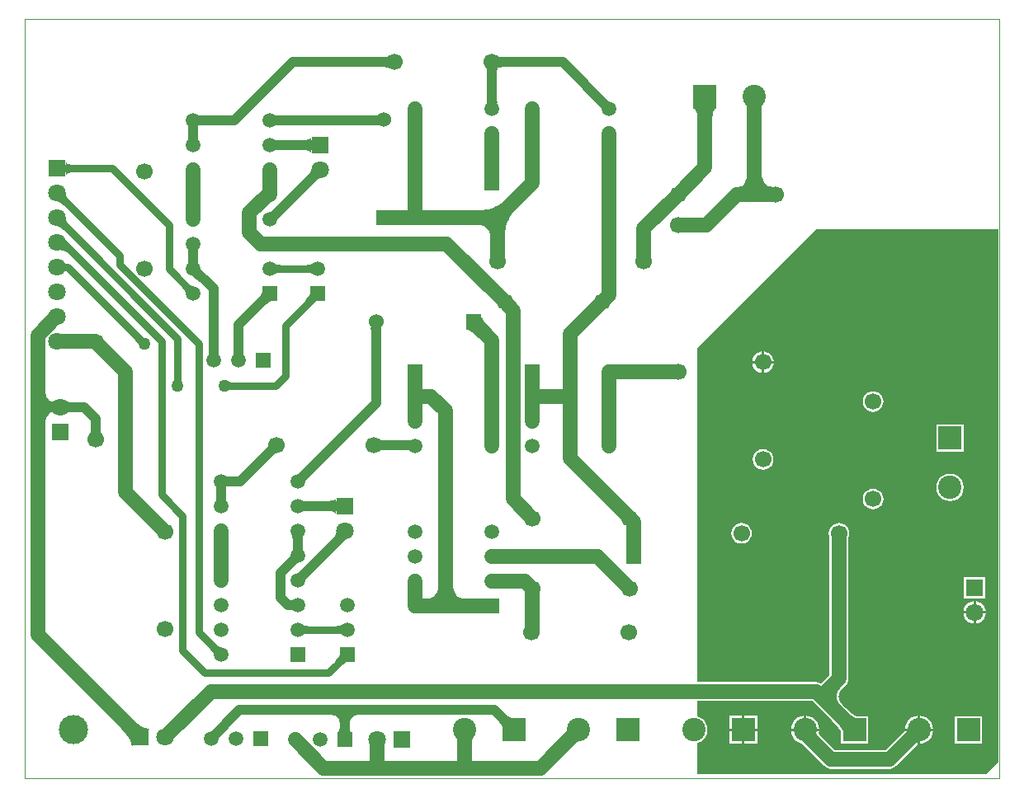
<source format=gbl>
G04 Layer_Physical_Order=2*
G04 Layer_Color=16711680*
%FSLAX44Y44*%
%MOMM*%
G71*
G01*
G75*
%ADD12C,1.0000*%
%ADD13C,1.5000*%
%ADD15C,0.8000*%
%ADD16C,0.1000*%
%ADD17R,1.5000X1.5000*%
%ADD18C,1.5000*%
%ADD19C,1.7000*%
%ADD20C,1.5000*%
%ADD21R,1.5000X1.5000*%
%ADD22R,1.8000X1.8000*%
%ADD23C,1.8000*%
%ADD24R,1.5000X1.5000*%
%ADD25C,1.5240*%
%ADD26R,1.5240X1.5240*%
%ADD27R,1.8000X1.8000*%
%ADD28R,2.4000X2.4000*%
%ADD29C,2.4000*%
%ADD30R,1.5240X1.5240*%
%ADD31C,3.0000*%
%ADD32R,2.4000X2.4000*%
%ADD33C,1.2700*%
G36*
X435557Y691420D02*
X435864Y691258D01*
X436253Y691115D01*
X436722Y690992D01*
X437272Y690888D01*
X437902Y690802D01*
X439407Y690688D01*
X441234Y690650D01*
Y680650D01*
X440280Y680640D01*
X437272Y680413D01*
X436722Y680308D01*
X436253Y680184D01*
X435864Y680042D01*
X435557Y679881D01*
X435330Y679700D01*
Y691600D01*
X435557Y691420D01*
D02*
G37*
G36*
X323190Y679700D02*
X322963Y679881D01*
X322656Y680042D01*
X322267Y680184D01*
X321798Y680308D01*
X321248Y680413D01*
X320617Y680498D01*
X319114Y680612D01*
X317286Y680650D01*
Y690650D01*
X318240Y690659D01*
X321248Y690888D01*
X321798Y690992D01*
X322267Y691115D01*
X322656Y691258D01*
X322963Y691420D01*
X323190Y691600D01*
Y679700D01*
D02*
G37*
G36*
X435098Y679418D02*
X434941Y679111D01*
X434803Y678724D01*
X434683Y678255D01*
X434581Y677706D01*
X434433Y676363D01*
X434359Y674697D01*
X434350Y673743D01*
X424350Y673612D01*
X424340Y674565D01*
X424106Y677573D01*
X423999Y678123D01*
X423872Y678593D01*
X423726Y678981D01*
X423560Y679290D01*
X423375Y679517D01*
X435274Y679643D01*
X435098Y679418D01*
D02*
G37*
G36*
X434600Y643456D02*
X424100D01*
X424147Y643548D01*
X424190Y643724D01*
X424227Y643985D01*
X424287Y644762D01*
X424347Y647335D01*
X424350Y648190D01*
X434350D01*
X434600Y643456D01*
D02*
G37*
G36*
X549275Y645600D02*
X541850Y638175D01*
X541819Y638273D01*
X541725Y638428D01*
X541567Y638639D01*
X541059Y639231D01*
X539283Y641093D01*
X538680Y641699D01*
X545751Y648770D01*
X549275Y645600D01*
D02*
G37*
G36*
X658820Y638120D02*
X658061Y637671D01*
X657390Y636921D01*
X656809Y635871D01*
X656317Y634520D01*
X655915Y632870D01*
X655602Y630920D01*
X655379Y628671D01*
X655200Y623270D01*
X640200D01*
X640155Y626120D01*
X639798Y630920D01*
X639485Y632870D01*
X639083Y634520D01*
X638591Y635871D01*
X638010Y636921D01*
X637340Y637671D01*
X636580Y638120D01*
X635731Y638270D01*
X659669D01*
X658820Y638120D01*
D02*
G37*
G36*
X313198Y620770D02*
X313112Y620807D01*
X312939Y620839D01*
X312680Y620867D01*
X311378Y620930D01*
X308423Y620960D01*
X307601Y630960D01*
X308468Y630965D01*
X311929Y631185D01*
X312215Y631253D01*
X312419Y631331D01*
X312540Y631418D01*
X313198Y620770D01*
D02*
G37*
G36*
X206887Y631162D02*
X207064Y631120D01*
X207325Y631082D01*
X208102Y631022D01*
X210675Y630962D01*
X211530Y630960D01*
Y620960D01*
X206796Y620710D01*
Y631210D01*
X206887Y631162D01*
D02*
G37*
G36*
X128188D02*
X128364Y631120D01*
X128625Y631082D01*
X129402Y631022D01*
X131975Y630962D01*
X132830Y630960D01*
Y620960D01*
X128096Y620710D01*
Y631210D01*
X128188Y631162D01*
D02*
G37*
G36*
X127942Y620513D02*
X127900Y620336D01*
X127863Y620075D01*
X127802Y619298D01*
X127743Y616725D01*
X127740Y615870D01*
X117740D01*
X117490Y620604D01*
X127990D01*
X127942Y620513D01*
D02*
G37*
G36*
X127990Y605916D02*
X117490D01*
X117537Y606007D01*
X117580Y606184D01*
X117618Y606445D01*
X117677Y607222D01*
X117738Y609795D01*
X117740Y610650D01*
X127740D01*
X127990Y605916D01*
D02*
G37*
G36*
X206887Y605762D02*
X207064Y605720D01*
X207325Y605682D01*
X208102Y605622D01*
X210675Y605563D01*
X211530Y605560D01*
Y595560D01*
X206796Y595310D01*
Y605810D01*
X206887Y605762D01*
D02*
G37*
G36*
X243761Y591740D02*
X243661Y592466D01*
X243361Y593116D01*
X242861Y593688D01*
X242160Y594185D01*
X241261Y594605D01*
X240161Y594949D01*
X238860Y595216D01*
X237360Y595407D01*
X235660Y595522D01*
X233761Y595560D01*
Y605560D01*
X235660Y605601D01*
X238860Y605931D01*
X240161Y606219D01*
X241261Y606590D01*
X242160Y607043D01*
X242861Y607579D01*
X243361Y608196D01*
X243661Y608897D01*
X243761Y609679D01*
Y591740D01*
D02*
G37*
G36*
X-7961Y583670D02*
X-7720Y582990D01*
X-7318Y582390D01*
X-6756Y581870D01*
X-6033Y581430D01*
X-5150Y581070D01*
X-4106Y580790D01*
X-2901Y580590D01*
X-1536Y580470D01*
X-10Y580430D01*
Y572430D01*
X-1536Y572390D01*
X-2901Y572270D01*
X-4106Y572070D01*
X-5150Y571790D01*
X-6033Y571430D01*
X-6756Y570990D01*
X-7318Y570470D01*
X-7720Y569870D01*
X-7961Y569190D01*
X-8041Y568430D01*
Y584430D01*
X-7961Y583670D01*
D02*
G37*
G36*
X252640Y566310D02*
X252257Y566277D01*
X251838Y566170D01*
X251382Y565990D01*
X250889Y565736D01*
X250359Y565408D01*
X249792Y565007D01*
X248547Y563983D01*
X247870Y563361D01*
X247156Y562665D01*
X240085Y569736D01*
X240781Y570450D01*
X242427Y572372D01*
X242828Y572939D01*
X243156Y573469D01*
X243410Y573962D01*
X243590Y574418D01*
X243697Y574837D01*
X243730Y575220D01*
X252640Y566310D01*
D02*
G37*
G36*
X706141Y569410D02*
X706564Y566860D01*
X707268Y564610D01*
X708254Y562660D01*
X709522Y561010D01*
X711072Y559660D01*
X712904Y558610D01*
X715018Y557860D01*
X717413Y557410D01*
X720090Y557260D01*
X698500Y542260D01*
X680570Y557260D01*
X682552Y557410D01*
X684325Y557860D01*
X685889Y558610D01*
X687245Y559660D01*
X688392Y561010D01*
X689331Y562660D01*
X690061Y564610D01*
X690583Y566860D01*
X690896Y569410D01*
X691000Y572260D01*
X706000D01*
X706141Y569410D01*
D02*
G37*
G36*
X-7953Y550294D02*
X-7857Y549645D01*
X-7693Y548993D01*
X-7460Y548338D01*
X-7160Y547679D01*
X-6791Y547018D01*
X-6353Y546353D01*
X-5848Y545685D01*
X-5274Y545014D01*
X-4632Y544339D01*
X-10289Y538682D01*
X-10964Y539324D01*
X-11635Y539898D01*
X-12303Y540403D01*
X-12968Y540841D01*
X-13630Y541209D01*
X-14288Y541510D01*
X-14943Y541743D01*
X-15595Y541907D01*
X-16244Y542003D01*
X-16890Y542030D01*
X-7980Y550940D01*
X-7953Y550294D01*
D02*
G37*
G36*
X212121Y527630D02*
X208938Y524195D01*
X201755Y531853D01*
X201869Y531882D01*
X202037Y531974D01*
X202259Y532130D01*
X202537Y532349D01*
X203699Y533391D01*
X205355Y535006D01*
X212121Y527630D01*
D02*
G37*
G36*
X-7953Y524894D02*
X-7857Y524245D01*
X-7693Y523593D01*
X-7460Y522938D01*
X-7160Y522280D01*
X-6791Y521618D01*
X-6353Y520953D01*
X-5848Y520285D01*
X-5274Y519614D01*
X-4632Y518939D01*
X-10289Y513282D01*
X-10964Y513924D01*
X-11635Y514498D01*
X-12303Y515003D01*
X-12968Y515441D01*
X-13630Y515810D01*
X-14288Y516110D01*
X-14943Y516343D01*
X-15595Y516507D01*
X-16244Y516603D01*
X-16890Y516630D01*
X-7980Y525540D01*
X-7953Y524894D01*
D02*
G37*
G36*
X453287Y533930D02*
X451271Y531765D01*
X449468Y529512D01*
X447877Y527171D01*
X446498Y524742D01*
X445332Y522225D01*
X444377Y519620D01*
X443635Y516928D01*
X443104Y514148D01*
X442786Y511279D01*
X442680Y508323D01*
X427680Y503930D01*
X427530Y506780D01*
X427080Y509330D01*
X426330Y511580D01*
X425280Y513530D01*
X423930Y515180D01*
X422280Y516530D01*
X420330Y517580D01*
X418080Y518330D01*
X415530Y518780D01*
X412680Y518930D01*
X417073Y533930D01*
X420029Y534036D01*
X422898Y534354D01*
X425678Y534885D01*
X428370Y535627D01*
X430975Y536582D01*
X433492Y537748D01*
X435921Y539127D01*
X438262Y540718D01*
X440515Y542521D01*
X442680Y544537D01*
X453287Y533930D01*
D02*
G37*
G36*
X-8673Y503752D02*
X-8478Y503457D01*
X-8219Y503111D01*
X-7508Y502260D01*
X-5318Y499930D01*
X-4610Y499217D01*
X-6776Y490069D01*
X-7465Y490719D01*
X-8137Y491272D01*
X-8791Y491729D01*
X-9427Y492090D01*
X-10045Y492353D01*
X-10645Y492520D01*
X-11228Y492591D01*
X-11793Y492565D01*
X-12340Y492443D01*
X-12869Y492224D01*
X-8805Y503994D01*
X-8673Y503752D01*
D02*
G37*
G36*
X127942Y493512D02*
X127900Y493336D01*
X127863Y493075D01*
X127802Y492298D01*
X127743Y489725D01*
X127740Y488870D01*
X117740D01*
X117490Y493604D01*
X127990D01*
X127942Y493512D01*
D02*
G37*
G36*
X127990Y478916D02*
X117490D01*
X117537Y479007D01*
X117580Y479184D01*
X117618Y479445D01*
X117677Y480222D01*
X117738Y482795D01*
X117740Y483650D01*
X127740D01*
X127990Y478916D01*
D02*
G37*
G36*
X244940Y468354D02*
X244664Y468583D01*
X244326Y468788D01*
X243929Y468969D01*
X243470Y469126D01*
X242950Y469258D01*
X242370Y469367D01*
X241730Y469451D01*
X240266Y469548D01*
X239443Y469560D01*
X239254Y477560D01*
X240075Y477573D01*
X241536Y477676D01*
X242174Y477767D01*
X242753Y477883D01*
X243270Y478025D01*
X243726Y478193D01*
X244122Y478387D01*
X244456Y478606D01*
X244730Y478852D01*
X244940Y468354D01*
D02*
G37*
G36*
X207071Y478573D02*
X207408Y478360D01*
X207805Y478172D01*
X208262Y478010D01*
X208781Y477873D01*
X209360Y477760D01*
X210000Y477673D01*
X211462Y477573D01*
X212284Y477560D01*
Y469560D01*
X211462Y469548D01*
X210000Y469448D01*
X209360Y469360D01*
X208781Y469248D01*
X208262Y469110D01*
X207805Y468947D01*
X207408Y468760D01*
X207071Y468548D01*
X206796Y468310D01*
Y478810D01*
X207071Y478573D01*
D02*
G37*
G36*
X130271Y473387D02*
X130365Y473232D01*
X130524Y473021D01*
X131031Y472429D01*
X132807Y470567D01*
X133410Y469961D01*
X126339Y462890D01*
X122815Y466060D01*
X130240Y473485D01*
X130271Y473387D01*
D02*
G37*
G36*
X118491Y458084D02*
X119595Y457121D01*
X120110Y456730D01*
X120599Y456400D01*
X121062Y456131D01*
X121501Y455922D01*
X121914Y455774D01*
X122302Y455686D01*
X122665Y455660D01*
X115240Y448235D01*
X115214Y448598D01*
X115126Y448986D01*
X114978Y449399D01*
X114769Y449837D01*
X114500Y450301D01*
X114170Y450790D01*
X113779Y451305D01*
X112816Y452409D01*
X112243Y453000D01*
X117900Y458657D01*
X118491Y458084D01*
D02*
G37*
G36*
X254034Y440840D02*
X253412Y441293D01*
X252677Y441519D01*
X251828D01*
X250866Y441293D01*
X249792Y440840D01*
X248604Y440162D01*
X247303Y439257D01*
X245888Y438125D01*
X242721Y435184D01*
X237064Y440840D01*
X238648Y442481D01*
X241137Y445423D01*
X242042Y446724D01*
X242721Y447912D01*
X243173Y448986D01*
X243399Y449948D01*
Y450797D01*
X243173Y451532D01*
X242721Y452154D01*
X254034Y440840D01*
D02*
G37*
G36*
X208113Y440690D02*
X207335Y441256D01*
X206416Y441539D01*
X205355D01*
X204153Y441256D01*
X202809Y440690D01*
X201324Y439842D01*
X199698Y438711D01*
X197930Y437296D01*
X193971Y433619D01*
X186899Y440690D01*
X188879Y442741D01*
X191991Y446418D01*
X193122Y448044D01*
X193971Y449529D01*
X194536Y450873D01*
X194819Y452075D01*
Y453136D01*
X194536Y454055D01*
X193971Y454833D01*
X208113Y440690D01*
D02*
G37*
G36*
X315480Y413400D02*
X315424Y413208D01*
X315374Y412932D01*
X315330Y412570D01*
X315240Y410979D01*
X315210Y408628D01*
X305210D01*
X305207Y409496D01*
X304996Y413208D01*
X304939Y413400D01*
X304876Y413508D01*
X315544D01*
X315480Y413400D01*
D02*
G37*
G36*
X417906Y425565D02*
X418224Y424469D01*
X418754Y423253D01*
X419497Y421916D01*
X420451Y420458D01*
X421618Y418880D01*
X424588Y415362D01*
X428406Y411361D01*
X417799Y400754D01*
X415738Y402769D01*
X410280Y407542D01*
X408702Y408709D01*
X407244Y409663D01*
X405907Y410406D01*
X404691Y410936D01*
X403595Y411254D01*
X402621Y411361D01*
X417799Y426539D01*
X417906Y425565D01*
D02*
G37*
G36*
X69550Y404743D02*
X71501Y403012D01*
X71769Y402826D01*
X71996Y402694D01*
X72181Y402615D01*
X72326Y402590D01*
X66040Y396303D01*
X66015Y396449D01*
X65936Y396634D01*
X65803Y396861D01*
X65618Y397129D01*
X65378Y397437D01*
X64739Y398177D01*
X63380Y399593D01*
X69037Y405250D01*
X69550Y404743D01*
D02*
G37*
G36*
X174160Y385086D02*
X163660D01*
X163708Y385177D01*
X163750Y385354D01*
X163787Y385615D01*
X163848Y386392D01*
X163908Y388965D01*
X163910Y389820D01*
X173910D01*
X174160Y385086D01*
D02*
G37*
G36*
X148760D02*
X138260D01*
X138308Y385177D01*
X138350Y385354D01*
X138387Y385615D01*
X138448Y386392D01*
X138507Y388965D01*
X138510Y389820D01*
X148510D01*
X148760Y385086D01*
D02*
G37*
G36*
X159595Y357420D02*
X159783Y357345D01*
X160037Y357278D01*
X160357Y357220D01*
X160745Y357171D01*
X161719Y357100D01*
X163682Y357060D01*
Y349060D01*
X162961Y349055D01*
X160357Y348900D01*
X160037Y348842D01*
X159783Y348775D01*
X159595Y348700D01*
X159475Y348615D01*
Y357505D01*
X159595Y357420D01*
D02*
G37*
G36*
X-7249Y337523D02*
X-6877Y337302D01*
X-6427Y337107D01*
X-5898Y336938D01*
X-5292Y336795D01*
X-4607Y336678D01*
X-3003Y336522D01*
X-2084Y336483D01*
X-1087Y336470D01*
Y326470D01*
X-2084Y326457D01*
X-4607Y326262D01*
X-5292Y326145D01*
X-5898Y326002D01*
X-6427Y325833D01*
X-6877Y325638D01*
X-7249Y325417D01*
X-7543Y325170D01*
Y337770D01*
X-7249Y337523D01*
D02*
G37*
G36*
X-29230Y348620D02*
X-28930Y346070D01*
X-28430Y343820D01*
X-27730Y341870D01*
X-26830Y340220D01*
X-25730Y338870D01*
X-24430Y337820D01*
X-22930Y337070D01*
X-22248Y336889D01*
X-22042Y336938D01*
X-21514Y337107D01*
X-21063Y337302D01*
X-20691Y337523D01*
X-20397Y337770D01*
Y336554D01*
X-19712Y336500D01*
X-16240Y336470D01*
Y326470D01*
X-20382Y326387D01*
X-20397Y326386D01*
Y325170D01*
X-20691Y325417D01*
X-21063Y325638D01*
X-21514Y325833D01*
X-22042Y326002D01*
X-22248Y326051D01*
X-22930Y325870D01*
X-24430Y325120D01*
X-25730Y324070D01*
X-26830Y322720D01*
X-27730Y321070D01*
X-28430Y319120D01*
X-28930Y316870D01*
X-29230Y314320D01*
X-29330Y311470D01*
X-44330Y331470D01*
X-29330Y351470D01*
X-29230Y348620D01*
D02*
G37*
G36*
X27870Y309000D02*
X28098Y305992D01*
X28202Y305442D01*
X28326Y304973D01*
X28468Y304584D01*
X28630Y304277D01*
X28810Y304050D01*
X16910D01*
X17091Y304277D01*
X17252Y304584D01*
X17394Y304973D01*
X17518Y305442D01*
X17622Y305992D01*
X17708Y306623D01*
X17822Y308127D01*
X17860Y309954D01*
X27860D01*
X27870Y309000D01*
D02*
G37*
G36*
X240520Y258869D02*
X237350Y255345D01*
X229925Y262770D01*
X230023Y262801D01*
X230178Y262895D01*
X230389Y263053D01*
X230981Y263561D01*
X232843Y265337D01*
X233449Y265940D01*
X240520Y258869D01*
D02*
G37*
G36*
X235298Y235072D02*
X235474Y235030D01*
X235735Y234993D01*
X236512Y234932D01*
X239085Y234872D01*
X239940Y234870D01*
Y224870D01*
X235206Y224620D01*
Y235120D01*
X235298Y235072D01*
D02*
G37*
G36*
X269160Y220900D02*
X269060Y221655D01*
X268761Y222330D01*
X268260Y222925D01*
X267561Y223441D01*
X266660Y223878D01*
X265560Y224235D01*
X264261Y224513D01*
X262761Y224711D01*
X261061Y224830D01*
X259160Y224870D01*
Y234870D01*
X261061Y234910D01*
X264261Y235227D01*
X265560Y235505D01*
X266660Y235862D01*
X267561Y236299D01*
X268260Y236815D01*
X268761Y237411D01*
X269060Y238085D01*
X269160Y238839D01*
Y220900D01*
D02*
G37*
G36*
X235053Y199023D02*
X235010Y198846D01*
X234972Y198585D01*
X234912Y197808D01*
X234853Y195235D01*
X234850Y194380D01*
X224850D01*
X224600Y199114D01*
X235100D01*
X235053Y199023D01*
D02*
G37*
G36*
X279824Y195631D02*
X279565Y195551D01*
X279255Y195401D01*
X278893Y195181D01*
X278480Y194890D01*
X277500Y194099D01*
X276315Y193026D01*
X274923Y191672D01*
X266093Y196984D01*
X266782Y197697D01*
X267917Y199023D01*
X268363Y199635D01*
X268727Y200213D01*
X269009Y200758D01*
X269211Y201269D01*
X269331Y201747D01*
X269369Y202190D01*
X269326Y202600D01*
X279824Y195631D01*
D02*
G37*
G36*
X582099Y185389D02*
X566921D01*
X566937Y185539D01*
X566953Y185989D01*
X567010Y200389D01*
X582010D01*
X582099Y185389D01*
D02*
G37*
G36*
X235100Y184426D02*
X224600D01*
X224648Y184517D01*
X224690Y184694D01*
X224727Y184955D01*
X224788Y185732D01*
X224848Y188305D01*
X224850Y189160D01*
X234850D01*
X235100Y184426D01*
D02*
G37*
G36*
X229775Y171570D02*
X229677Y171539D01*
X229522Y171445D01*
X229311Y171287D01*
X228719Y170779D01*
X226857Y169003D01*
X226251Y168400D01*
X219180Y175471D01*
X222350Y178995D01*
X229775Y171570D01*
D02*
G37*
G36*
X240520Y157269D02*
X237350Y153745D01*
X229925Y161170D01*
X230023Y161201D01*
X230178Y161295D01*
X230389Y161453D01*
X230981Y161961D01*
X232843Y163737D01*
X233449Y164340D01*
X240520Y157269D01*
D02*
G37*
G36*
X389450Y146650D02*
X389900Y144100D01*
X390650Y141850D01*
X391700Y139900D01*
X393050Y138250D01*
X394700Y136900D01*
X396650Y135850D01*
X398900Y135100D01*
X401450Y134650D01*
X404300Y134500D01*
X381800Y119500D01*
X359300Y134500D01*
X362150Y134650D01*
X364700Y135100D01*
X366950Y135850D01*
X368900Y136900D01*
X370550Y138250D01*
X371900Y139900D01*
X372950Y141850D01*
X373700Y144100D01*
X374150Y146650D01*
X374300Y149500D01*
X389300D01*
X389450Y146650D01*
D02*
G37*
G36*
X235481Y107882D02*
X235818Y107670D01*
X236215Y107483D01*
X236672Y107320D01*
X237191Y107183D01*
X237770Y107070D01*
X238410Y106982D01*
X239872Y106882D01*
X240694Y106870D01*
Y98870D01*
X239872Y98857D01*
X238410Y98757D01*
X237770Y98670D01*
X237191Y98558D01*
X236672Y98420D01*
X236215Y98258D01*
X235818Y98070D01*
X235481Y97858D01*
X235206Y97620D01*
Y108120D01*
X235481Y107882D01*
D02*
G37*
G36*
X275314Y97620D02*
X275039Y97858D01*
X274702Y98070D01*
X274305Y98258D01*
X273848Y98420D01*
X273329Y98558D01*
X272750Y98670D01*
X272110Y98757D01*
X270648Y98857D01*
X269826Y98870D01*
Y106870D01*
X270648Y106882D01*
X272110Y106982D01*
X272750Y107070D01*
X273329Y107183D01*
X273848Y107320D01*
X274305Y107483D01*
X274702Y107670D01*
X275039Y107882D01*
X275314Y108120D01*
Y97620D01*
D02*
G37*
G36*
X146901Y87394D02*
X148005Y86431D01*
X148520Y86040D01*
X149009Y85710D01*
X149473Y85441D01*
X149911Y85232D01*
X150324Y85084D01*
X150712Y84996D01*
X151075Y84970D01*
X143650Y77545D01*
X143624Y77908D01*
X143536Y78296D01*
X143388Y78709D01*
X143179Y79148D01*
X142910Y79611D01*
X142580Y80100D01*
X142189Y80615D01*
X141226Y81719D01*
X140653Y82310D01*
X146310Y87966D01*
X146901Y87394D01*
D02*
G37*
G36*
X284514Y70001D02*
X283892Y70453D01*
X283157Y70679D01*
X282308D01*
X281346Y70453D01*
X280272Y70001D01*
X279084Y69322D01*
X277783Y68417D01*
X276368Y67285D01*
X273200Y64344D01*
X267544Y70001D01*
X269128Y71641D01*
X271617Y74583D01*
X272522Y75884D01*
X273200Y77072D01*
X273653Y78146D01*
X273879Y79108D01*
Y79957D01*
X273653Y80692D01*
X273200Y81314D01*
X284514Y70001D01*
D02*
G37*
G36*
X786384Y42775D02*
X784899Y40654D01*
X783838Y38533D01*
X783202Y36411D01*
X782990Y34290D01*
X783202Y32169D01*
X783838Y30047D01*
X784899Y27926D01*
X786384Y25805D01*
X788293Y23683D01*
X761777Y28987D01*
X767080Y34290D01*
X788293Y44897D01*
X786384Y42775D01*
D02*
G37*
G36*
X442204Y17058D02*
X445885Y13940D01*
X447512Y12806D01*
X448997Y11954D01*
X450340Y11386D01*
X451541Y11100D01*
X452600Y11097D01*
X453518Y11376D01*
X454293Y11939D01*
X440181Y-2173D01*
X440744Y-1398D01*
X441023Y-480D01*
X441020Y579D01*
X440734Y1780D01*
X440166Y3123D01*
X439314Y4608D01*
X438180Y6235D01*
X436762Y8005D01*
X433079Y11969D01*
X440150Y19041D01*
X442204Y17058D01*
D02*
G37*
G36*
X293130Y15320D02*
X291230Y15220D01*
X289530Y14920D01*
X288030Y14420D01*
X286730Y13720D01*
X285630Y12820D01*
X284730Y11720D01*
X284030Y10420D01*
X283530Y8920D01*
X283230Y7220D01*
X283151Y5714D01*
X283155Y5410D01*
X283525Y909D01*
X283747Y-191D01*
X284019Y-1090D01*
X284340Y-1790D01*
X284711Y-2290D01*
X285130Y-2591D01*
X285599Y-2691D01*
X270660D01*
X271130Y-2591D01*
X271549Y-2290D01*
X271920Y-1790D01*
X272241Y-1090D01*
X272513Y-191D01*
X272735Y909D01*
X272908Y2210D01*
X273105Y5410D01*
X273109Y5714D01*
X273030Y7220D01*
X272730Y8920D01*
X272230Y10420D01*
X271530Y11720D01*
X270630Y12820D01*
X269530Y13720D01*
X268230Y14420D01*
X266730Y14920D01*
X265030Y15220D01*
X263130Y15320D01*
X278130Y25320D01*
X293130Y15320D01*
D02*
G37*
G36*
X151640Y-5291D02*
X148470Y-8815D01*
X141045Y-1390D01*
X141143Y-1359D01*
X141298Y-1265D01*
X141509Y-1107D01*
X142101Y-599D01*
X143963Y1177D01*
X144569Y1780D01*
X151640Y-5291D01*
D02*
G37*
G36*
X792479Y19603D02*
X797998Y14930D01*
X800439Y13230D01*
X802666Y11954D01*
X804681Y11103D01*
X806484Y10675D01*
X808073Y10672D01*
X809450Y11094D01*
X810614Y11939D01*
X789431Y-9244D01*
X790276Y-8080D01*
X790698Y-6703D01*
X790695Y-5113D01*
X790267Y-3311D01*
X789416Y-1296D01*
X788140Y931D01*
X786440Y3372D01*
X784315Y6025D01*
X778794Y11969D01*
X789400Y22576D01*
X792479Y19603D01*
D02*
G37*
G36*
X948690Y-33020D02*
X935990Y-45720D01*
X640080D01*
Y-13575D01*
X643330Y-12229D01*
X646255Y-9985D01*
X648499Y-7060D01*
X649910Y-3655D01*
X650391Y0D01*
X649910Y3655D01*
X648499Y7060D01*
X646255Y9985D01*
X643330Y12229D01*
X640080Y13575D01*
Y29788D01*
X758031D01*
X778114Y9705D01*
X782770Y4692D01*
X784806Y2150D01*
X786415Y-160D01*
X787370Y-1828D01*
Y-14000D01*
X815370D01*
Y14000D01*
X803197D01*
X801531Y14955D01*
X799243Y16549D01*
X793847Y21117D01*
X792590Y22331D01*
X789229Y25692D01*
X787983Y27076D01*
X786656Y28972D01*
X785741Y30802D01*
X785212Y32567D01*
X785039Y34290D01*
X785212Y36013D01*
X785741Y37778D01*
X786656Y39608D01*
X787983Y41504D01*
X789229Y42888D01*
X792105Y45765D01*
X793628Y47749D01*
X794585Y50060D01*
X794912Y52540D01*
Y197625D01*
X795560Y199189D01*
X795921Y201930D01*
X795560Y204671D01*
X794502Y207225D01*
X792819Y209419D01*
X790625Y211102D01*
X788071Y212160D01*
X785330Y212521D01*
X782589Y212160D01*
X780035Y211102D01*
X777841Y209419D01*
X776158Y207225D01*
X775100Y204671D01*
X774739Y201930D01*
X775100Y199189D01*
X775748Y197625D01*
Y56509D01*
X766857Y47618D01*
X766791Y47668D01*
X764480Y48625D01*
X762000Y48952D01*
X640080D01*
Y392430D01*
X762000Y514350D01*
X948690D01*
Y-33020D01*
D02*
G37*
G36*
X409549Y-8809D02*
X409396Y-9172D01*
X409261Y-9660D01*
X409144Y-10273D01*
X409045Y-11010D01*
X408901Y-12859D01*
X408820Y-16567D01*
X393820D01*
X393811Y-15207D01*
X393496Y-10273D01*
X393379Y-9660D01*
X393244Y-9172D01*
X393091Y-8809D01*
X392920Y-8570D01*
X409720D01*
X409549Y-8809D01*
D02*
G37*
G36*
X61699Y9941D02*
X65680Y6547D01*
X67572Y5168D01*
X69398Y4001D01*
X71160Y3047D01*
X72855Y2304D01*
X74486Y1774D01*
X76050Y1456D01*
X77550Y1349D01*
X59611Y-16589D01*
X59504Y-15090D01*
X59186Y-13526D01*
X58656Y-11895D01*
X57913Y-10200D01*
X56959Y-8439D01*
X55792Y-6612D01*
X54413Y-4720D01*
X52822Y-2762D01*
X49004Y1349D01*
X59611Y11956D01*
X61699Y9941D01*
D02*
G37*
G36*
X518040Y-11999D02*
X517750Y-12047D01*
X517385Y-12196D01*
X516945Y-12446D01*
X516428Y-12796D01*
X515837Y-13248D01*
X514428Y-14453D01*
X511748Y-17018D01*
X501142Y-6412D01*
X502098Y-5443D01*
X505364Y-1732D01*
X505714Y-1216D01*
X505964Y-775D01*
X506113Y-410D01*
X506161Y-120D01*
X518040Y-11999D01*
D02*
G37*
%LPC*%
G36*
X708660Y388628D02*
Y378930D01*
X718358D01*
X718146Y380542D01*
X717033Y383228D01*
X715264Y385534D01*
X712958Y387303D01*
X710272Y388416D01*
X708660Y388628D01*
D02*
G37*
G36*
X706120Y388628D02*
X704508Y388416D01*
X701822Y387303D01*
X699516Y385534D01*
X697747Y383228D01*
X696634Y380542D01*
X696422Y378930D01*
X706120D01*
Y388628D01*
D02*
G37*
G36*
Y376390D02*
X696422D01*
X696634Y374778D01*
X697747Y372092D01*
X699516Y369786D01*
X701822Y368017D01*
X704508Y366904D01*
X706120Y366692D01*
Y376390D01*
D02*
G37*
G36*
X718358D02*
X708660D01*
Y366692D01*
X710272Y366904D01*
X712958Y368017D01*
X715264Y369786D01*
X717033Y372092D01*
X718146Y374778D01*
X718358Y376390D01*
D02*
G37*
G36*
X820420Y347611D02*
X817679Y347250D01*
X815125Y346192D01*
X812931Y344509D01*
X811248Y342315D01*
X810190Y339761D01*
X809829Y337020D01*
X810190Y334279D01*
X811248Y331725D01*
X812931Y329531D01*
X815125Y327848D01*
X817679Y326790D01*
X820420Y326429D01*
X823161Y326790D01*
X825715Y327848D01*
X827909Y329531D01*
X829592Y331725D01*
X830650Y334279D01*
X831011Y337020D01*
X830650Y339761D01*
X829592Y342315D01*
X827909Y344509D01*
X825715Y346192D01*
X823161Y347250D01*
X820420Y347611D01*
D02*
G37*
G36*
X913160Y313720D02*
X885160D01*
Y285720D01*
X913160D01*
Y313720D01*
D02*
G37*
G36*
X707390Y288251D02*
X704649Y287890D01*
X702095Y286832D01*
X699901Y285149D01*
X698218Y282955D01*
X697160Y280401D01*
X696799Y277660D01*
X697160Y274919D01*
X698218Y272365D01*
X699901Y270171D01*
X702095Y268488D01*
X704649Y267430D01*
X707390Y267069D01*
X710131Y267430D01*
X712685Y268488D01*
X714879Y270171D01*
X716562Y272365D01*
X717620Y274919D01*
X717981Y277660D01*
X717620Y280401D01*
X716562Y282955D01*
X714879Y285149D01*
X712685Y286832D01*
X710131Y287890D01*
X707390Y288251D01*
D02*
G37*
G36*
X899160Y263041D02*
X895505Y262560D01*
X892100Y261149D01*
X889175Y258905D01*
X886931Y255980D01*
X885520Y252575D01*
X885039Y248920D01*
X885520Y245265D01*
X886931Y241860D01*
X889175Y238935D01*
X892100Y236691D01*
X895505Y235280D01*
X899160Y234799D01*
X902815Y235280D01*
X906220Y236691D01*
X909145Y238935D01*
X911389Y241860D01*
X912800Y245265D01*
X913281Y248920D01*
X912800Y252575D01*
X911389Y255980D01*
X909145Y258905D01*
X906220Y261149D01*
X902815Y262560D01*
X899160Y263041D01*
D02*
G37*
G36*
X820420Y247611D02*
X817679Y247250D01*
X815125Y246192D01*
X812931Y244509D01*
X811248Y242315D01*
X810190Y239761D01*
X809829Y237020D01*
X810190Y234279D01*
X811248Y231725D01*
X812931Y229531D01*
X815125Y227848D01*
X817679Y226790D01*
X820420Y226429D01*
X823161Y226790D01*
X825715Y227848D01*
X827909Y229531D01*
X829592Y231725D01*
X830650Y234279D01*
X831011Y237020D01*
X830650Y239761D01*
X829592Y242315D01*
X827909Y244509D01*
X825715Y246192D01*
X823161Y247250D01*
X820420Y247611D01*
D02*
G37*
G36*
X685330Y212521D02*
X682589Y212160D01*
X680035Y211102D01*
X677841Y209419D01*
X676158Y207225D01*
X675100Y204671D01*
X674739Y201930D01*
X675100Y199189D01*
X676158Y196635D01*
X677841Y194441D01*
X680035Y192758D01*
X682589Y191700D01*
X685330Y191339D01*
X688071Y191700D01*
X690625Y192758D01*
X692819Y194441D01*
X694502Y196635D01*
X695560Y199189D01*
X695921Y201930D01*
X695560Y204671D01*
X694502Y207225D01*
X692819Y209419D01*
X690625Y211102D01*
X688071Y212160D01*
X685330Y212521D01*
D02*
G37*
G36*
X935560Y157050D02*
X913560D01*
Y135050D01*
X935560D01*
Y157050D01*
D02*
G37*
G36*
X925830Y132122D02*
Y121920D01*
X936032D01*
X935803Y123663D01*
X934640Y126470D01*
X932790Y128880D01*
X930380Y130730D01*
X927572Y131893D01*
X925830Y132122D01*
D02*
G37*
G36*
X923290Y132122D02*
X921547Y131893D01*
X918740Y130730D01*
X916330Y128880D01*
X914480Y126470D01*
X913317Y123663D01*
X913088Y121920D01*
X923290D01*
Y132122D01*
D02*
G37*
G36*
X936032Y119380D02*
X925830D01*
Y109178D01*
X927572Y109407D01*
X930380Y110570D01*
X932790Y112420D01*
X934640Y114830D01*
X935803Y117638D01*
X936032Y119380D01*
D02*
G37*
G36*
X923290D02*
X913088D01*
X913317Y117638D01*
X914480Y114830D01*
X916330Y112420D01*
X918740Y110570D01*
X921547Y109407D01*
X923290Y109178D01*
Y119380D01*
D02*
G37*
G36*
X868680Y14498D02*
Y1270D01*
X881908D01*
X881576Y3796D01*
X880111Y7333D01*
X877780Y10370D01*
X874743Y12701D01*
X871206Y14166D01*
X868680Y14498D01*
D02*
G37*
G36*
X866140D02*
X863614Y14166D01*
X860077Y12701D01*
X857040Y10370D01*
X854709Y7333D01*
X853244Y3796D01*
X852912Y1270D01*
X866140D01*
Y14498D01*
D02*
G37*
G36*
X751840D02*
Y1270D01*
X765068D01*
X764736Y3796D01*
X763271Y7333D01*
X760940Y10370D01*
X757903Y12701D01*
X754366Y14166D01*
X751840Y14498D01*
D02*
G37*
G36*
X749300D02*
X746774Y14166D01*
X743237Y12701D01*
X740200Y10370D01*
X737869Y7333D01*
X736404Y3796D01*
X736072Y1270D01*
X749300D01*
Y14498D01*
D02*
G37*
G36*
X701610Y14540D02*
X688340D01*
Y1270D01*
X701610D01*
Y14540D01*
D02*
G37*
G36*
X685800D02*
X672530D01*
Y1270D01*
X685800D01*
Y14540D01*
D02*
G37*
G36*
X866140Y-1270D02*
X856561D01*
X866140Y-10849D01*
Y-1270D01*
D02*
G37*
G36*
X932210Y14000D02*
X904210D01*
Y-14000D01*
X932210D01*
Y14000D01*
D02*
G37*
G36*
X881908Y-1270D02*
X868680D01*
Y-14498D01*
X871206Y-14166D01*
X874743Y-12701D01*
X877780Y-10370D01*
X880111Y-7333D01*
X881576Y-3796D01*
X881908Y-1270D01*
D02*
G37*
G36*
X701610D02*
X688340D01*
Y-14540D01*
X701610D01*
Y-1270D01*
D02*
G37*
G36*
X685800D02*
X672530D01*
Y-14540D01*
X685800D01*
Y-1270D01*
D02*
G37*
G36*
X854927D02*
X852303D01*
X850210Y-3649D01*
X832961Y-20898D01*
X781209D01*
X766983Y-6672D01*
X766568Y-6238D01*
X765302Y-4740D01*
X764867Y-4149D01*
X764698Y-3886D01*
X764736Y-3796D01*
X765068Y-1270D01*
X736072D01*
X736404Y-3796D01*
X737869Y-7333D01*
X740200Y-10370D01*
X743237Y-12701D01*
X746774Y-14166D01*
X747466Y-14257D01*
X770464Y-37255D01*
X772449Y-38778D01*
X774760Y-39736D01*
X777240Y-40062D01*
X836930D01*
X839410Y-39736D01*
X841721Y-38778D01*
X843705Y-37255D01*
X863839Y-17121D01*
X865047Y-15966D01*
X866140Y-15031D01*
Y-12483D01*
X865678Y-12796D01*
X865087Y-13248D01*
X863678Y-14453D01*
X860998Y-17018D01*
X850392Y-6412D01*
X851348Y-5443D01*
X854614Y-1732D01*
X854927Y-1270D01*
D02*
G37*
%LPD*%
G36*
X762210Y-3176D02*
X762292Y-3608D01*
X762482Y-4107D01*
X762780Y-4672D01*
X763186Y-5305D01*
X763700Y-6004D01*
X765051Y-7602D01*
X766834Y-9468D01*
X752930Y-16776D01*
X747993Y-11720D01*
X762236Y-2811D01*
X762210Y-3176D01*
D02*
G37*
D12*
X278130Y20320D02*
X431800D01*
X170180D02*
X278130D01*
Y-10160D02*
Y20320D01*
X122740Y473560D02*
Y498960D01*
X140970Y-8890D02*
X170180Y20320D01*
X431800D02*
X452120Y0D01*
X620540Y368100D02*
X620560Y368080D01*
X-36830Y331470D02*
X-13970D01*
X10960D02*
X22860Y319570D01*
X-13970Y331470D02*
X10960D01*
X201440Y625960D02*
X317830D01*
X318300Y626430D01*
X229850Y255270D02*
X310210Y335630D01*
Y418950D01*
X212090Y135890D02*
Y161310D01*
X229850Y179070D01*
X219710Y128270D02*
X229850D01*
X212090Y135890D02*
X219710Y128270D01*
X229850Y179070D02*
Y204470D01*
X201440Y600560D02*
X252580D01*
X252730Y600710D01*
X201440Y524360D02*
X201780D01*
X252730Y575310D01*
X229850Y229870D02*
X278130D01*
X229850Y153670D02*
X278130Y201950D01*
Y204470D01*
X429260Y685650D02*
X501800D01*
X429350Y638100D02*
Y685560D01*
X501800Y685650D02*
X549350Y638100D01*
X307810Y291950D02*
X350600D01*
X350650Y291900D01*
X122740Y625960D02*
X164950D01*
X122740Y600560D02*
Y625960D01*
X164950D02*
X224640Y685650D01*
X329260D01*
X151150Y229870D02*
Y255270D01*
X170980D01*
X143510Y382270D02*
Y452790D01*
X122740Y473560D02*
X143510Y452790D01*
X168910Y379730D02*
Y415630D01*
X201440Y448160D01*
X22860Y300520D02*
Y319570D01*
X170980Y255270D02*
X207810Y292100D01*
D13*
X620560Y518080D02*
X647620D01*
X647700Y518160D01*
X648970D01*
X680570Y549760D01*
X698500D02*
Y650240D01*
X680570Y549760D02*
X720090D01*
X585070Y481180D02*
Y514740D01*
X620090Y549760D01*
X647700Y577370D01*
Y650240D01*
X227330Y-10160D02*
X256540Y-39370D01*
X311150Y-38100D02*
X312420Y-39370D01*
X256540D02*
X312420D01*
X350540Y127000D02*
X429240D01*
X350540D02*
Y152400D01*
X350650Y317300D02*
Y342700D01*
X366610D01*
X350650D02*
Y368100D01*
X366610Y342700D02*
X381800Y327510D01*
Y127000D02*
Y327510D01*
X429350Y587300D02*
Y612700D01*
Y561900D02*
Y587300D01*
Y368100D02*
Y399810D01*
X410210Y418950D02*
X429350Y399810D01*
X549350Y291900D02*
Y317300D01*
Y368100D02*
X620540D01*
X549350Y342700D02*
Y368100D01*
Y317300D02*
Y342700D01*
X429350D02*
Y368100D01*
Y317300D02*
Y342700D01*
Y291900D02*
Y317300D01*
X-36830Y331470D02*
Y404943D01*
Y97790D02*
X68580Y-7620D01*
X-36830Y97790D02*
Y331470D01*
Y404943D02*
X-17743Y424030D01*
X-16980D01*
X325920Y526430D02*
X435180D01*
X350650Y528300D02*
Y561900D01*
Y612700D02*
Y638100D01*
Y587300D02*
Y612700D01*
Y561900D02*
Y587300D01*
X435180Y481290D02*
Y526430D01*
X470650Y561900D01*
Y587300D01*
Y612700D01*
Y638100D01*
X201440Y498960D02*
X250040D01*
X250190Y499110D02*
X382450D01*
X201440Y549760D02*
Y575160D01*
X311150Y-38100D02*
Y-10160D01*
X401320Y-39370D02*
X478790D01*
X312420D02*
X401320D01*
Y0D01*
X478790Y-39370D02*
X518160Y0D01*
X450850Y237020D02*
Y430710D01*
X382450Y499110D02*
X442290Y439270D01*
X463080Y152400D02*
X470700Y144780D01*
X429240Y152400D02*
X463080D01*
X470700Y101600D02*
Y144780D01*
X450850Y237020D02*
X470700Y217170D01*
X442290Y439270D02*
X450850Y430710D01*
X151150Y179070D02*
Y204470D01*
Y153670D02*
Y179070D01*
X122740Y549760D02*
Y575160D01*
Y524360D02*
Y549760D01*
X537680Y177800D02*
X570700Y144780D01*
X429240Y177800D02*
X474510D01*
X537680D01*
X570700Y217170D02*
X574510Y213360D01*
Y177800D02*
Y213360D01*
X549350Y561900D02*
Y587300D01*
Y612700D01*
X93980Y-7620D02*
X140970Y39370D01*
X762000D02*
X801370Y0D01*
X140970Y39370D02*
X762000D01*
X785330Y52540D02*
Y201930D01*
X767080Y34290D02*
X785330Y52540D01*
X180340Y530860D02*
X199240Y549760D01*
X180340Y510540D02*
Y530860D01*
Y510540D02*
X191920Y498960D01*
X201440D01*
X509270Y278680D02*
X571375Y216575D01*
X509270Y406250D02*
X542290Y439270D01*
X549350Y446330D02*
Y561900D01*
X542290Y439270D02*
X549350Y446330D01*
X470650Y342700D02*
Y368100D01*
Y317300D02*
Y342700D01*
X509035D01*
X509270Y342465D01*
Y278680D02*
Y342465D01*
Y406250D01*
X-16980Y398630D02*
X22210D01*
X22860Y397980D02*
X53340Y367500D01*
Y244310D02*
Y367500D01*
Y244310D02*
X93980Y203670D01*
X750570Y-3810D02*
Y0D01*
Y-3810D02*
X777240Y-30480D01*
X836930D01*
X867410Y0D01*
D15*
X106680Y353060D02*
Y401970D01*
X-16980Y525630D02*
X106680Y401970D01*
X46990Y477520D02*
Y487060D01*
X-16980Y551030D02*
X46990Y487060D01*
X39520Y576430D02*
X97790Y518160D01*
X-16980Y576430D02*
X39520D01*
X97790Y473110D02*
Y518160D01*
Y473110D02*
X122740Y448160D01*
X229850Y102870D02*
X280670D01*
X134620Y58420D02*
X261620D01*
X280670Y77470D01*
X201440Y473560D02*
X250040D01*
X217170Y415290D02*
X250190Y448310D01*
X217170Y363220D02*
Y415290D01*
X154940Y353060D02*
X207010D01*
X217170Y363220D01*
X111760Y81280D02*
X134620Y58420D01*
X128270Y100350D02*
X151150Y77470D01*
X46990Y477520D02*
X128270Y396240D01*
Y100350D02*
Y396240D01*
X-16980Y500230D02*
X-11280D01*
X90170Y398780D01*
X-16980Y474830D02*
X-6200D01*
X72390Y396240D01*
X90170Y241300D02*
Y398780D01*
Y241300D02*
X111760Y219710D01*
Y81280D02*
Y219710D01*
D16*
X-50000Y-50000D02*
Y730000D01*
X950000D01*
Y-50000D02*
Y730000D01*
X-50000Y-50000D02*
X950000D01*
D17*
X201440Y448160D02*
D03*
X229850Y77470D02*
D03*
X429350Y561900D02*
D03*
X350650Y368100D02*
D03*
X549350Y561900D02*
D03*
X470650Y368100D02*
D03*
X429240Y127000D02*
D03*
D18*
X201440Y473560D02*
D03*
Y498960D02*
D03*
Y524360D02*
D03*
Y549760D02*
D03*
Y575160D02*
D03*
Y600560D02*
D03*
Y625960D02*
D03*
X122740Y448160D02*
D03*
Y473560D02*
D03*
Y498960D02*
D03*
Y524360D02*
D03*
Y549760D02*
D03*
Y575160D02*
D03*
Y600560D02*
D03*
Y625960D02*
D03*
X229850Y102870D02*
D03*
Y128270D02*
D03*
Y153670D02*
D03*
Y179070D02*
D03*
Y204470D02*
D03*
Y229870D02*
D03*
Y255270D02*
D03*
X151150Y77470D02*
D03*
Y102870D02*
D03*
Y128270D02*
D03*
Y153670D02*
D03*
Y179070D02*
D03*
Y204470D02*
D03*
Y229870D02*
D03*
Y255270D02*
D03*
X350650Y561900D02*
D03*
Y587300D02*
D03*
Y612700D02*
D03*
Y638100D02*
D03*
X429350Y612700D02*
D03*
Y638100D02*
D03*
Y587300D02*
D03*
Y368100D02*
D03*
Y342700D02*
D03*
Y317300D02*
D03*
Y291900D02*
D03*
X350650Y317300D02*
D03*
Y291900D02*
D03*
Y342700D02*
D03*
X470650Y561900D02*
D03*
Y587300D02*
D03*
Y612700D02*
D03*
Y638100D02*
D03*
X549350Y612700D02*
D03*
Y638100D02*
D03*
Y587300D02*
D03*
Y368100D02*
D03*
Y342700D02*
D03*
Y317300D02*
D03*
Y291900D02*
D03*
X470650Y317300D02*
D03*
Y291900D02*
D03*
Y342700D02*
D03*
X350540Y127000D02*
D03*
Y152400D02*
D03*
Y177800D02*
D03*
Y203200D02*
D03*
X429240Y177800D02*
D03*
Y203200D02*
D03*
Y152400D02*
D03*
D19*
X620090Y549760D02*
D03*
X720090D02*
D03*
X22860Y397980D02*
D03*
Y297980D02*
D03*
X207810Y292100D02*
D03*
X307810D02*
D03*
X93980Y203670D02*
D03*
Y103670D02*
D03*
X72390Y573240D02*
D03*
Y473240D02*
D03*
X329260Y685650D02*
D03*
X429260D02*
D03*
X685330Y201930D02*
D03*
X785330D02*
D03*
X707390Y377660D02*
D03*
Y277660D02*
D03*
X585070Y481180D02*
D03*
X435070D02*
D03*
X620560Y518080D02*
D03*
Y368080D02*
D03*
X570700Y217170D02*
D03*
X470700D02*
D03*
X542290Y439270D02*
D03*
X442290D02*
D03*
X569430Y100330D02*
D03*
X469430D02*
D03*
X570700Y144780D02*
D03*
X470700D02*
D03*
X820420Y337020D02*
D03*
Y237020D02*
D03*
D20*
X280670Y128270D02*
D03*
Y102870D02*
D03*
X140970Y-8890D02*
D03*
X166370D02*
D03*
X143510Y379730D02*
D03*
X168910D02*
D03*
X250190Y499110D02*
D03*
Y473710D02*
D03*
X252730Y-10160D02*
D03*
X227330D02*
D03*
D21*
X280670Y77470D02*
D03*
X250190Y448310D02*
D03*
D22*
X278130Y229870D02*
D03*
X-13970Y306070D02*
D03*
X252730Y600710D02*
D03*
X-16980Y576430D02*
D03*
X924560Y146050D02*
D03*
D23*
X278130Y204470D02*
D03*
X-13970Y331470D02*
D03*
X252730Y575310D02*
D03*
X-16980Y398630D02*
D03*
Y424030D02*
D03*
Y449430D02*
D03*
Y474830D02*
D03*
Y500230D02*
D03*
Y525630D02*
D03*
Y551030D02*
D03*
X93980Y-7620D02*
D03*
X311150Y-10160D02*
D03*
X924560Y120650D02*
D03*
D24*
X191770Y-8890D02*
D03*
X194310Y379730D02*
D03*
X278130Y-10160D02*
D03*
D25*
X318300Y626430D02*
D03*
X310210Y418950D02*
D03*
X474510Y177800D02*
D03*
D26*
X318300Y526430D02*
D03*
D27*
X68580Y-7620D02*
D03*
X336550Y-10160D02*
D03*
D28*
X647700Y650240D02*
D03*
X801370Y0D02*
D03*
X918210D02*
D03*
X687070D02*
D03*
X452120D02*
D03*
X568960D02*
D03*
D29*
X698500Y650240D02*
D03*
X750570Y0D02*
D03*
X867410D02*
D03*
X636270D02*
D03*
X401320D02*
D03*
X518160D02*
D03*
X899160Y248920D02*
D03*
D30*
X410210Y418950D02*
D03*
X574510Y177800D02*
D03*
D31*
X0Y0D02*
D03*
D32*
X899160Y299720D02*
D03*
D33*
X154940Y353060D02*
D03*
X106680D02*
D03*
X72390Y396240D02*
D03*
M02*

</source>
